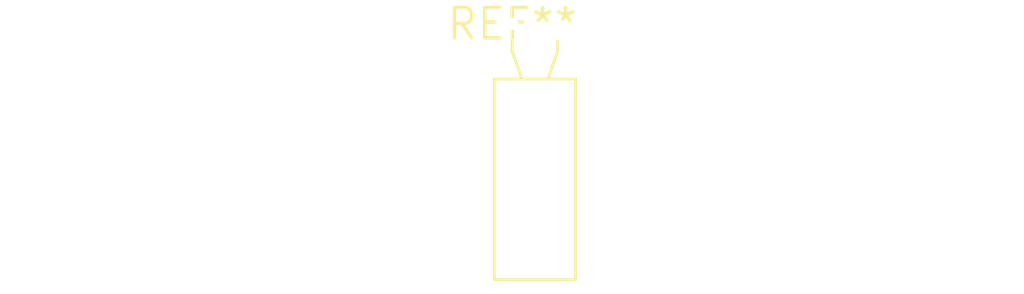
<source format=kicad_pcb>
(kicad_pcb (version 20240108) (generator pcbnew)
  (layers (0 "F.Cu" signal) (31 "B.Cu" signal) (34 "B.Paste" user) (35 "F.Paste" user) (36 "B.SilkS" user "B.Silkscreen") (37 "F.SilkS" user "F.Silkscreen") (38 "B.Mask" user) (39 "F.Mask" user) (44 "Edge.Cuts" user))
  (net 0 "")
  (footprint "Crystal_C38-LF_D3.0mm_L8.0mm_Horizontal" (layer "F.Cu") (at 0 0)
    (property "Reference" "REF**")
    (property "Value" "Crystal_C38-LF_D3.0mm_L8.0mm_Horizontal")
    (fp_line (start -0.75 2.3) (end -0.75 10.7) (layer "F.SilkS") (stroke (width 0.12)))
    (fp_line (start -0.75 10.7) (end 2.65 10.7) (layer "F.SilkS") (stroke (width 0.12)))
    (fp_line (start 0 1.15) (end 0 0.7) (layer "F.SilkS") (stroke (width 0.12)))
    (fp_line (start 0.405 2.3) (end 0 1.15) (layer "F.SilkS") (stroke (width 0.12)))
    (fp_line (start 1.495 2.3) (end 1.9 1.15) (layer "F.SilkS") (stroke (width 0.12)))
    (fp_line (start 1.9 1.15) (end 1.9 0.7) (layer "F.SilkS") (stroke (width 0.12)))
    (fp_line (start 2.65 2.3) (end -0.75 2.3) (layer "F.SilkS") (stroke (width 0.12)))
    (fp_line (start 2.65 10.7) (end 2.65 2.3) (layer "F.SilkS") (stroke (width 0.12)))
    (pad "1" thru_hole circle (at 0 0) (size 1 1) (drill 0.5) (layers *.Cu *.Mask) (remove_unused_layers))
    (pad "2" thru_hole circle (at 1.9 0) (size 1 1) (drill 0.5) (layers *.Cu *.Mask) (remove_unused_layers))
  )
)
</source>
